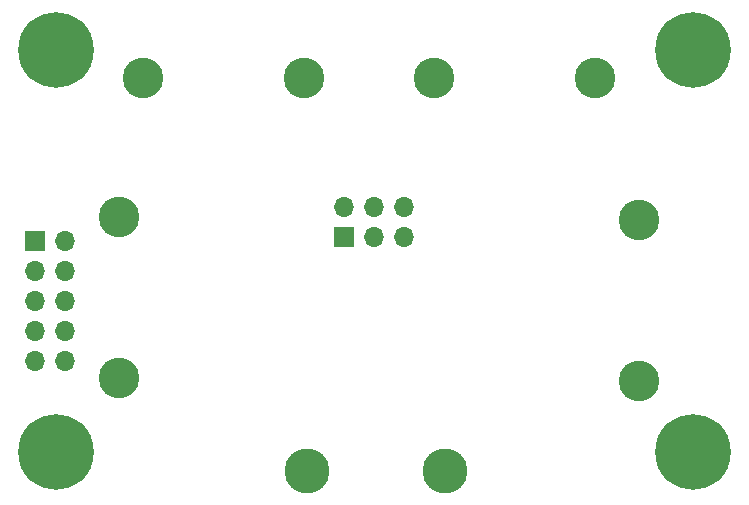
<source format=gbs>
%TF.GenerationSoftware,KiCad,Pcbnew,7.0.0-da2b9df05c~163~ubuntu22.04.1*%
%TF.CreationDate,2023-02-19T22:43:29+00:00*%
%TF.ProjectId,userioswitch,75736572-696f-4737-9769-7463682e6b69,rev?*%
%TF.SameCoordinates,Original*%
%TF.FileFunction,Soldermask,Bot*%
%TF.FilePolarity,Negative*%
%FSLAX46Y46*%
G04 Gerber Fmt 4.6, Leading zero omitted, Abs format (unit mm)*
G04 Created by KiCad (PCBNEW 7.0.0-da2b9df05c~163~ubuntu22.04.1) date 2023-02-19 22:43:29*
%MOMM*%
%LPD*%
G01*
G04 APERTURE LIST*
%ADD10C,0.001000*%
%ADD11C,3.438000*%
%ADD12C,3.800000*%
%ADD13R,1.700000X1.700000*%
%ADD14O,1.700000X1.700000*%
%ADD15C,3.600000*%
%ADD16C,6.400000*%
G04 APERTURE END LIST*
D10*
%TO.C,J6*%
X224406500Y-95602000D03*
X224406500Y-88802000D03*
D11*
X224406500Y-99002000D03*
X224406500Y-85402000D03*
%TD*%
D10*
%TO.C,J5*%
X217268000Y-73406000D03*
X210468000Y-73406000D03*
D11*
X220668000Y-73406000D03*
X207068000Y-73406000D03*
%TD*%
%TO.C,J4*%
X180340000Y-98748000D03*
X180340000Y-85148000D03*
D10*
X180340000Y-95348000D03*
X180340000Y-88548000D03*
%TD*%
%TO.C,J3*%
X192630000Y-73406000D03*
X185830000Y-73406000D03*
D11*
X196030000Y-73406000D03*
X182430000Y-73406000D03*
%TD*%
D12*
%TO.C,J1*%
X207998000Y-106601000D03*
X196298000Y-106601000D03*
D10*
X204398000Y-106601000D03*
X199898000Y-106601000D03*
%TD*%
D13*
%TO.C,J2*%
X199389999Y-86867999D03*
D14*
X199389999Y-84327999D03*
X201929999Y-86867999D03*
X201929999Y-84327999D03*
X204469999Y-86867999D03*
X204469999Y-84327999D03*
%TD*%
D15*
%TO.C,H1*%
X175000000Y-71000000D03*
D16*
X175000000Y-71000000D03*
%TD*%
D13*
%TO.C,J7*%
X173222999Y-87126999D03*
D14*
X175762999Y-87126999D03*
X173222999Y-89666999D03*
X175762999Y-89666999D03*
X173222999Y-92206999D03*
X175762999Y-92206999D03*
X173222999Y-94746999D03*
X175762999Y-94746999D03*
X173222999Y-97286999D03*
X175762999Y-97286999D03*
%TD*%
D15*
%TO.C,H4*%
X229000000Y-71000000D03*
D16*
X229000000Y-71000000D03*
%TD*%
D15*
%TO.C,H2*%
X175000000Y-105000000D03*
D16*
X175000000Y-105000000D03*
%TD*%
D15*
%TO.C,H3*%
X229000000Y-105000000D03*
D16*
X229000000Y-105000000D03*
%TD*%
M02*

</source>
